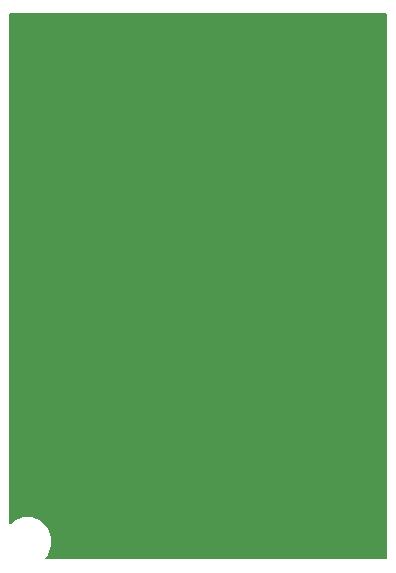
<source format=gbl>
G04 EAGLE Gerber RS-274X export*
G75*
%MOMM*%
%FSLAX34Y34*%
%LPD*%
%INBottom Copper*%
%IPPOS*%
%AMOC8*
5,1,8,0,0,1.08239X$1,22.5*%
G01*
%ADD10C,0.756400*%

G36*
X328698Y10164D02*
X328698Y10164D01*
X328717Y10162D01*
X328819Y10184D01*
X328921Y10200D01*
X328938Y10210D01*
X328958Y10214D01*
X329047Y10267D01*
X329138Y10316D01*
X329152Y10330D01*
X329169Y10340D01*
X329236Y10419D01*
X329308Y10494D01*
X329316Y10512D01*
X329329Y10527D01*
X329368Y10623D01*
X329411Y10717D01*
X329413Y10737D01*
X329421Y10755D01*
X329439Y10922D01*
X329439Y471578D01*
X329436Y471598D01*
X329438Y471617D01*
X329416Y471719D01*
X329400Y471821D01*
X329390Y471838D01*
X329386Y471858D01*
X329333Y471947D01*
X329284Y472038D01*
X329270Y472052D01*
X329260Y472069D01*
X329181Y472136D01*
X329106Y472208D01*
X329088Y472216D01*
X329073Y472229D01*
X328977Y472268D01*
X328883Y472311D01*
X328863Y472313D01*
X328845Y472321D01*
X328678Y472339D01*
X10922Y472339D01*
X10902Y472336D01*
X10883Y472338D01*
X10781Y472316D01*
X10679Y472300D01*
X10662Y472290D01*
X10642Y472286D01*
X10553Y472233D01*
X10462Y472184D01*
X10448Y472170D01*
X10431Y472160D01*
X10364Y472081D01*
X10292Y472006D01*
X10284Y471988D01*
X10271Y471973D01*
X10232Y471877D01*
X10189Y471783D01*
X10187Y471763D01*
X10179Y471745D01*
X10161Y471578D01*
X10161Y40736D01*
X10172Y40666D01*
X10174Y40594D01*
X10192Y40545D01*
X10200Y40494D01*
X10234Y40430D01*
X10259Y40363D01*
X10291Y40322D01*
X10316Y40276D01*
X10368Y40227D01*
X10412Y40171D01*
X10456Y40143D01*
X10494Y40107D01*
X10559Y40077D01*
X10619Y40038D01*
X10670Y40025D01*
X10717Y40003D01*
X10788Y39995D01*
X10858Y39978D01*
X10910Y39982D01*
X10961Y39976D01*
X11032Y39991D01*
X11103Y39997D01*
X11151Y40017D01*
X11202Y40028D01*
X11263Y40065D01*
X11329Y40093D01*
X11385Y40138D01*
X11413Y40155D01*
X11428Y40172D01*
X11460Y40198D01*
X13889Y42627D01*
X21358Y45721D01*
X29442Y45721D01*
X36911Y42627D01*
X42627Y36911D01*
X45721Y29442D01*
X45721Y21358D01*
X42627Y13889D01*
X40198Y11460D01*
X40156Y11402D01*
X40107Y11350D01*
X40085Y11303D01*
X40055Y11261D01*
X40033Y11192D01*
X40003Y11127D01*
X39998Y11075D01*
X39982Y11025D01*
X39984Y10954D01*
X39976Y10883D01*
X39987Y10832D01*
X39989Y10780D01*
X40013Y10712D01*
X40028Y10642D01*
X40055Y10597D01*
X40073Y10549D01*
X40118Y10493D01*
X40155Y10431D01*
X40194Y10397D01*
X40227Y10357D01*
X40287Y10318D01*
X40342Y10271D01*
X40390Y10252D01*
X40434Y10224D01*
X40503Y10206D01*
X40570Y10179D01*
X40641Y10171D01*
X40672Y10163D01*
X40695Y10165D01*
X40736Y10161D01*
X328678Y10161D01*
X328698Y10164D01*
G37*
D10*
X38100Y330200D03*
X177800Y393700D03*
X152400Y254000D03*
X304800Y203200D03*
X127000Y304800D03*
X190500Y457200D03*
M02*

</source>
